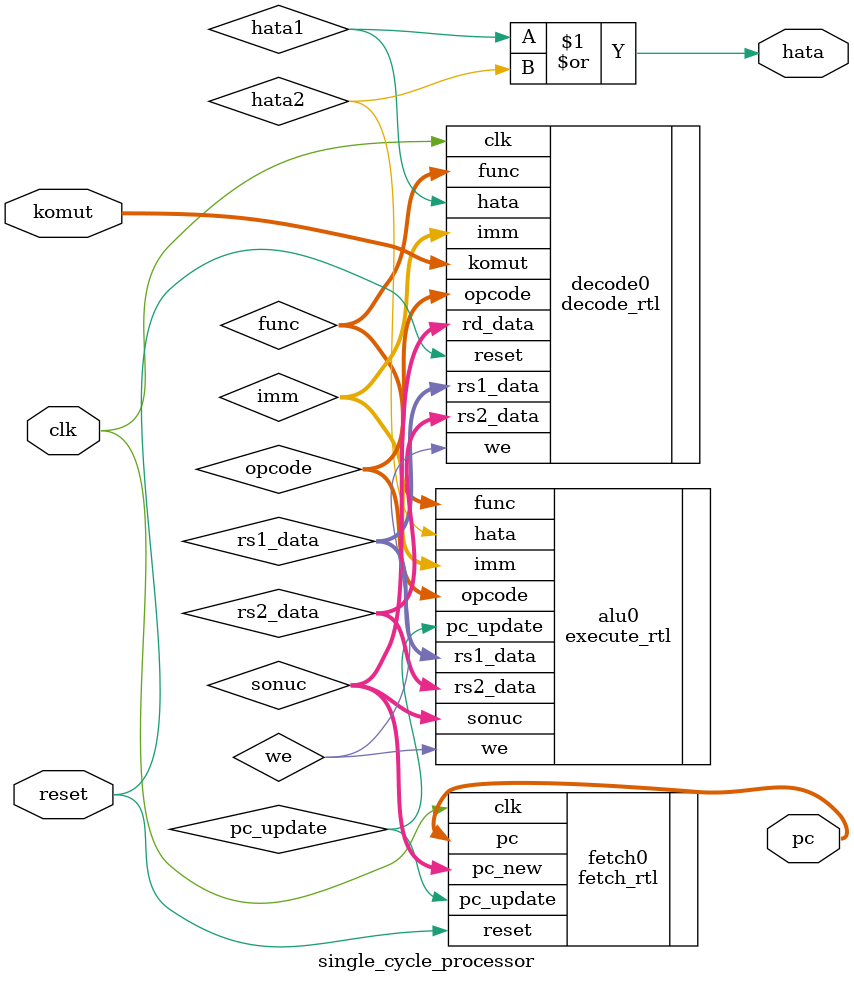
<source format=sv>
/* single_cycle_processor_rtl.sv
* Authors:
* Adem Yıldız
* Emre Boran Karabey
* Single Cycle Processor
*/

module single_cycle_processor (
    input logic clk, reset,
    input logic [31:0] komut,
    output logic [31:0] pc,
    output logic hata
);

logic we;
logic pc_update;
logic [31:0] rs1_data, rs2_data;
logic [31:0] sonuc;
logic [31:0] imm;
logic [6:0] opcode;
logic [3:0] func;
logic hata1, hata2;
assign hata = hata1 | hata2;

fetch_rtl fetch0(.clk(clk), .reset(reset), .pc(pc), .pc_update(pc_update), .pc_new(sonuc));
decode_rtl decode0(.clk(clk), .reset(reset), .komut(komut), .opcode(opcode), .func(func), .rs1_data(rs1_data), .rs2_data(rs2_data), .imm(imm), .we(we), .rd_data(sonuc), .hata(hata1));
execute_rtl alu0(.rs1_data(rs1_data), .rs2_data(rs2_data), .imm(imm), .opcode(opcode), .func(func), .sonuc(sonuc), .pc_update(pc_update), .we(we), .hata(hata2));

endmodule
</source>
